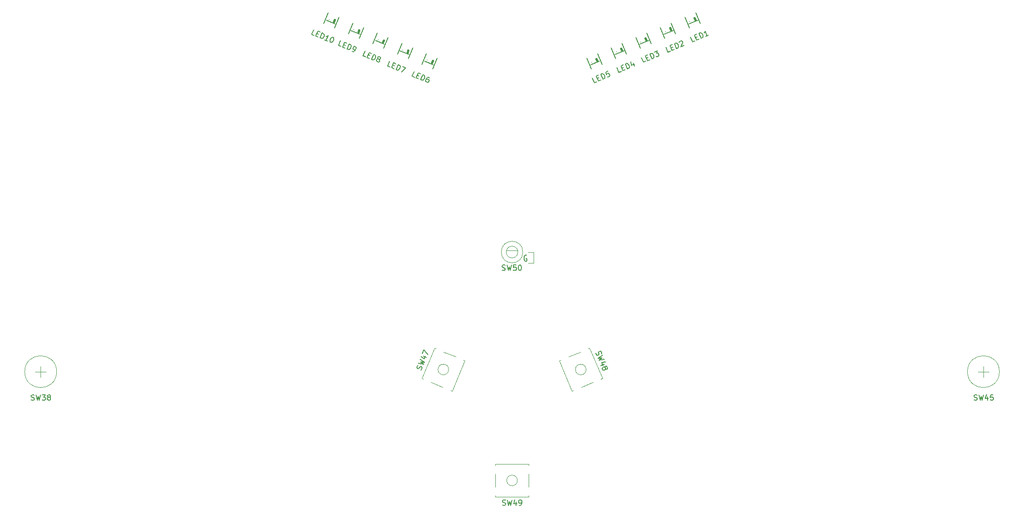
<source format=gbr>
%TF.GenerationSoftware,KiCad,Pcbnew,7.0.10*%
%TF.CreationDate,2025-01-07T08:37:08+09:00*%
%TF.ProjectId,editor,65646974-6f72-42e6-9b69-6361645f7063,rev?*%
%TF.SameCoordinates,Original*%
%TF.FileFunction,Legend,Top*%
%TF.FilePolarity,Positive*%
%FSLAX46Y46*%
G04 Gerber Fmt 4.6, Leading zero omitted, Abs format (unit mm)*
G04 Created by KiCad (PCBNEW 7.0.10) date 2025-01-07 08:37:08*
%MOMM*%
%LPD*%
G01*
G04 APERTURE LIST*
%ADD10C,0.150000*%
%ADD11C,0.400000*%
%ADD12C,0.120000*%
G04 APERTURE END LIST*
D10*
X184253126Y-60928605D02*
X183813563Y-61111749D01*
X183813563Y-61111749D02*
X183428962Y-60188666D01*
X184359363Y-60316885D02*
X184667057Y-60188685D01*
X185000384Y-60617261D02*
X184560821Y-60800405D01*
X184560821Y-60800405D02*
X184176219Y-59877322D01*
X184176219Y-59877322D02*
X184615783Y-59694178D01*
X185395991Y-60452432D02*
X185011389Y-59529349D01*
X185011389Y-59529349D02*
X185231171Y-59437777D01*
X185231171Y-59437777D02*
X185381354Y-59426791D01*
X185381354Y-59426791D02*
X185505896Y-59478075D01*
X185505896Y-59478075D02*
X185586481Y-59547673D01*
X185586481Y-59547673D02*
X185703695Y-59705184D01*
X185703695Y-59705184D02*
X185758638Y-59837053D01*
X185758638Y-59837053D02*
X185787939Y-60031192D01*
X185787939Y-60031192D02*
X185780611Y-60137419D01*
X185780611Y-60137419D02*
X185729327Y-60261961D01*
X185729327Y-60261961D02*
X185615773Y-60360860D01*
X185615773Y-60360860D02*
X185395991Y-60452432D01*
X186802593Y-59866373D02*
X186275117Y-60086145D01*
X186538855Y-59976259D02*
X186154254Y-59053176D01*
X186154254Y-59053176D02*
X186121284Y-59221674D01*
X186121284Y-59221674D02*
X186070000Y-59346215D01*
X186070000Y-59346215D02*
X186000402Y-59426800D01*
X175022299Y-64774620D02*
X174582736Y-64957764D01*
X174582736Y-64957764D02*
X174198135Y-64034681D01*
X175128536Y-64162900D02*
X175436230Y-64034700D01*
X175769557Y-64463276D02*
X175329994Y-64646420D01*
X175329994Y-64646420D02*
X174945392Y-63723337D01*
X174945392Y-63723337D02*
X175384956Y-63540193D01*
X176165164Y-64298447D02*
X175780562Y-63375364D01*
X175780562Y-63375364D02*
X176000344Y-63283792D01*
X176000344Y-63283792D02*
X176150527Y-63272806D01*
X176150527Y-63272806D02*
X176275069Y-63324090D01*
X176275069Y-63324090D02*
X176355654Y-63393688D01*
X176355654Y-63393688D02*
X176472868Y-63551199D01*
X176472868Y-63551199D02*
X176527811Y-63683068D01*
X176527811Y-63683068D02*
X176557112Y-63877207D01*
X176557112Y-63877207D02*
X176549784Y-63983434D01*
X176549784Y-63983434D02*
X176498500Y-64107976D01*
X176498500Y-64107976D02*
X176384946Y-64206875D01*
X176384946Y-64206875D02*
X176165164Y-64298447D01*
X176615733Y-63027392D02*
X177187165Y-62789305D01*
X177187165Y-62789305D02*
X177025985Y-63269156D01*
X177025985Y-63269156D02*
X177157854Y-63214213D01*
X177157854Y-63214213D02*
X177264081Y-63221540D01*
X177264081Y-63221540D02*
X177326352Y-63247182D01*
X177326352Y-63247182D02*
X177406937Y-63316781D01*
X177406937Y-63316781D02*
X177498509Y-63536562D01*
X177498509Y-63536562D02*
X177491181Y-63642789D01*
X177491181Y-63642789D02*
X177465539Y-63705060D01*
X177465539Y-63705060D02*
X177395941Y-63785645D01*
X177395941Y-63785645D02*
X177132203Y-63895531D01*
X177132203Y-63895531D02*
X177025976Y-63888204D01*
X177025976Y-63888204D02*
X176963705Y-63862562D01*
X236736418Y-128529815D02*
X236879275Y-128577434D01*
X236879275Y-128577434D02*
X237117370Y-128577434D01*
X237117370Y-128577434D02*
X237212608Y-128529815D01*
X237212608Y-128529815D02*
X237260227Y-128482195D01*
X237260227Y-128482195D02*
X237307846Y-128386957D01*
X237307846Y-128386957D02*
X237307846Y-128291719D01*
X237307846Y-128291719D02*
X237260227Y-128196481D01*
X237260227Y-128196481D02*
X237212608Y-128148862D01*
X237212608Y-128148862D02*
X237117370Y-128101243D01*
X237117370Y-128101243D02*
X236926894Y-128053624D01*
X236926894Y-128053624D02*
X236831656Y-128006005D01*
X236831656Y-128006005D02*
X236784037Y-127958386D01*
X236784037Y-127958386D02*
X236736418Y-127863148D01*
X236736418Y-127863148D02*
X236736418Y-127767910D01*
X236736418Y-127767910D02*
X236784037Y-127672672D01*
X236784037Y-127672672D02*
X236831656Y-127625053D01*
X236831656Y-127625053D02*
X236926894Y-127577434D01*
X236926894Y-127577434D02*
X237164989Y-127577434D01*
X237164989Y-127577434D02*
X237307846Y-127625053D01*
X237641180Y-127577434D02*
X237879275Y-128577434D01*
X237879275Y-128577434D02*
X238069751Y-127863148D01*
X238069751Y-127863148D02*
X238260227Y-128577434D01*
X238260227Y-128577434D02*
X238498323Y-127577434D01*
X239307846Y-127910767D02*
X239307846Y-128577434D01*
X239069751Y-127529815D02*
X238831656Y-128244100D01*
X238831656Y-128244100D02*
X239450703Y-128244100D01*
X240307846Y-127577434D02*
X239831656Y-127577434D01*
X239831656Y-127577434D02*
X239784037Y-128053624D01*
X239784037Y-128053624D02*
X239831656Y-128006005D01*
X239831656Y-128006005D02*
X239926894Y-127958386D01*
X239926894Y-127958386D02*
X240164989Y-127958386D01*
X240164989Y-127958386D02*
X240260227Y-128006005D01*
X240260227Y-128006005D02*
X240307846Y-128053624D01*
X240307846Y-128053624D02*
X240355465Y-128148862D01*
X240355465Y-128148862D02*
X240355465Y-128386957D01*
X240355465Y-128386957D02*
X240307846Y-128482195D01*
X240307846Y-128482195D02*
X240260227Y-128529815D01*
X240260227Y-128529815D02*
X240164989Y-128577434D01*
X240164989Y-128577434D02*
X239926894Y-128577434D01*
X239926894Y-128577434D02*
X239831656Y-128529815D01*
X239831656Y-128529815D02*
X239784037Y-128482195D01*
X117696477Y-61998771D02*
X117256914Y-61815627D01*
X117256914Y-61815627D02*
X117641515Y-60892545D01*
X118205630Y-61643452D02*
X118513324Y-61771652D01*
X118443735Y-62310115D02*
X118004172Y-62126971D01*
X118004172Y-62126971D02*
X118388773Y-61203889D01*
X118388773Y-61203889D02*
X118828336Y-61387032D01*
X118839342Y-62474944D02*
X119223943Y-61551862D01*
X119223943Y-61551862D02*
X119443725Y-61643433D01*
X119443725Y-61643433D02*
X119557279Y-61742333D01*
X119557279Y-61742333D02*
X119608563Y-61866874D01*
X119608563Y-61866874D02*
X119615891Y-61973101D01*
X119615891Y-61973101D02*
X119586590Y-62167241D01*
X119586590Y-62167241D02*
X119531647Y-62299110D01*
X119531647Y-62299110D02*
X119414433Y-62456621D01*
X119414433Y-62456621D02*
X119333848Y-62526219D01*
X119333848Y-62526219D02*
X119209307Y-62577503D01*
X119209307Y-62577503D02*
X119059123Y-62566516D01*
X119059123Y-62566516D02*
X118839342Y-62474944D01*
X119806381Y-62877860D02*
X119982206Y-62951117D01*
X119982206Y-62951117D02*
X120088433Y-62943790D01*
X120088433Y-62943790D02*
X120150704Y-62918148D01*
X120150704Y-62918148D02*
X120293560Y-62822908D01*
X120293560Y-62822908D02*
X120410773Y-62665397D01*
X120410773Y-62665397D02*
X120557288Y-62313746D01*
X120557288Y-62313746D02*
X120549960Y-62207519D01*
X120549960Y-62207519D02*
X120524319Y-62145248D01*
X120524319Y-62145248D02*
X120454720Y-62064663D01*
X120454720Y-62064663D02*
X120278895Y-61991406D01*
X120278895Y-61991406D02*
X120172668Y-61998734D01*
X120172668Y-61998734D02*
X120110397Y-62024376D01*
X120110397Y-62024376D02*
X120029812Y-62093974D01*
X120029812Y-62093974D02*
X119938240Y-62313755D01*
X119938240Y-62313755D02*
X119945568Y-62419982D01*
X119945568Y-62419982D02*
X119971210Y-62482253D01*
X119971210Y-62482253D02*
X120040808Y-62562838D01*
X120040808Y-62562838D02*
X120216634Y-62636096D01*
X120216634Y-62636096D02*
X120322861Y-62628768D01*
X120322861Y-62628768D02*
X120385131Y-62603126D01*
X120385131Y-62603126D02*
X120465716Y-62533528D01*
X132774530Y-122886305D02*
X132873430Y-122772751D01*
X132873430Y-122772751D02*
X132965001Y-122552969D01*
X132965001Y-122552969D02*
X132957674Y-122446742D01*
X132957674Y-122446742D02*
X132932032Y-122384472D01*
X132932032Y-122384472D02*
X132862434Y-122303886D01*
X132862434Y-122303886D02*
X132774521Y-122267258D01*
X132774521Y-122267258D02*
X132668294Y-122274585D01*
X132668294Y-122274585D02*
X132606023Y-122300227D01*
X132606023Y-122300227D02*
X132525438Y-122369826D01*
X132525438Y-122369826D02*
X132408225Y-122527337D01*
X132408225Y-122527337D02*
X132327639Y-122596935D01*
X132327639Y-122596935D02*
X132265369Y-122622577D01*
X132265369Y-122622577D02*
X132159142Y-122629904D01*
X132159142Y-122629904D02*
X132071229Y-122593276D01*
X132071229Y-122593276D02*
X132001631Y-122512691D01*
X132001631Y-122512691D02*
X131975989Y-122450420D01*
X131975989Y-122450420D02*
X131968661Y-122344193D01*
X131968661Y-122344193D02*
X132060233Y-122124411D01*
X132060233Y-122124411D02*
X132159132Y-122010857D01*
X132243377Y-121684848D02*
X133258031Y-121849668D01*
X133258031Y-121849668D02*
X132671944Y-121399127D01*
X132671944Y-121399127D02*
X133404546Y-121498017D01*
X133404546Y-121498017D02*
X132573035Y-120893634D01*
X133192073Y-120274578D02*
X133807462Y-120530979D01*
X132748851Y-120347844D02*
X133316624Y-120842341D01*
X133316624Y-120842341D02*
X133554711Y-120270909D01*
X133049208Y-119750770D02*
X133305609Y-119135382D01*
X133305609Y-119135382D02*
X134063863Y-119915590D01*
X170406885Y-66697627D02*
X169967322Y-66880771D01*
X169967322Y-66880771D02*
X169582721Y-65957688D01*
X170513122Y-66085907D02*
X170820816Y-65957707D01*
X171154143Y-66386283D02*
X170714580Y-66569427D01*
X170714580Y-66569427D02*
X170329978Y-65646344D01*
X170329978Y-65646344D02*
X170769542Y-65463200D01*
X171549750Y-66221454D02*
X171165148Y-65298371D01*
X171165148Y-65298371D02*
X171384930Y-65206799D01*
X171384930Y-65206799D02*
X171535113Y-65195813D01*
X171535113Y-65195813D02*
X171659655Y-65247097D01*
X171659655Y-65247097D02*
X171740240Y-65316695D01*
X171740240Y-65316695D02*
X171857454Y-65474206D01*
X171857454Y-65474206D02*
X171912397Y-65606075D01*
X171912397Y-65606075D02*
X171941698Y-65800214D01*
X171941698Y-65800214D02*
X171934370Y-65906441D01*
X171934370Y-65906441D02*
X171883086Y-66030983D01*
X171883086Y-66030983D02*
X171769532Y-66129882D01*
X171769532Y-66129882D02*
X171549750Y-66221454D01*
X172612039Y-65056635D02*
X172868440Y-65672023D01*
X172245742Y-64796556D02*
X172300676Y-65547473D01*
X172300676Y-65547473D02*
X172872108Y-65309386D01*
X148018081Y-104087674D02*
X148160938Y-104135293D01*
X148160938Y-104135293D02*
X148399033Y-104135293D01*
X148399033Y-104135293D02*
X148494271Y-104087674D01*
X148494271Y-104087674D02*
X148541890Y-104040054D01*
X148541890Y-104040054D02*
X148589509Y-103944816D01*
X148589509Y-103944816D02*
X148589509Y-103849578D01*
X148589509Y-103849578D02*
X148541890Y-103754340D01*
X148541890Y-103754340D02*
X148494271Y-103706721D01*
X148494271Y-103706721D02*
X148399033Y-103659102D01*
X148399033Y-103659102D02*
X148208557Y-103611483D01*
X148208557Y-103611483D02*
X148113319Y-103563864D01*
X148113319Y-103563864D02*
X148065700Y-103516245D01*
X148065700Y-103516245D02*
X148018081Y-103421007D01*
X148018081Y-103421007D02*
X148018081Y-103325769D01*
X148018081Y-103325769D02*
X148065700Y-103230531D01*
X148065700Y-103230531D02*
X148113319Y-103182912D01*
X148113319Y-103182912D02*
X148208557Y-103135293D01*
X148208557Y-103135293D02*
X148446652Y-103135293D01*
X148446652Y-103135293D02*
X148589509Y-103182912D01*
X148922843Y-103135293D02*
X149160938Y-104135293D01*
X149160938Y-104135293D02*
X149351414Y-103421007D01*
X149351414Y-103421007D02*
X149541890Y-104135293D01*
X149541890Y-104135293D02*
X149779986Y-103135293D01*
X150637128Y-103135293D02*
X150160938Y-103135293D01*
X150160938Y-103135293D02*
X150113319Y-103611483D01*
X150113319Y-103611483D02*
X150160938Y-103563864D01*
X150160938Y-103563864D02*
X150256176Y-103516245D01*
X150256176Y-103516245D02*
X150494271Y-103516245D01*
X150494271Y-103516245D02*
X150589509Y-103563864D01*
X150589509Y-103563864D02*
X150637128Y-103611483D01*
X150637128Y-103611483D02*
X150684747Y-103706721D01*
X150684747Y-103706721D02*
X150684747Y-103944816D01*
X150684747Y-103944816D02*
X150637128Y-104040054D01*
X150637128Y-104040054D02*
X150589509Y-104087674D01*
X150589509Y-104087674D02*
X150494271Y-104135293D01*
X150494271Y-104135293D02*
X150256176Y-104135293D01*
X150256176Y-104135293D02*
X150160938Y-104087674D01*
X150160938Y-104087674D02*
X150113319Y-104040054D01*
X151303795Y-103135293D02*
X151399033Y-103135293D01*
X151399033Y-103135293D02*
X151494271Y-103182912D01*
X151494271Y-103182912D02*
X151541890Y-103230531D01*
X151541890Y-103230531D02*
X151589509Y-103325769D01*
X151589509Y-103325769D02*
X151637128Y-103516245D01*
X151637128Y-103516245D02*
X151637128Y-103754340D01*
X151637128Y-103754340D02*
X151589509Y-103944816D01*
X151589509Y-103944816D02*
X151541890Y-104040054D01*
X151541890Y-104040054D02*
X151494271Y-104087674D01*
X151494271Y-104087674D02*
X151399033Y-104135293D01*
X151399033Y-104135293D02*
X151303795Y-104135293D01*
X151303795Y-104135293D02*
X151208557Y-104087674D01*
X151208557Y-104087674D02*
X151160938Y-104040054D01*
X151160938Y-104040054D02*
X151113319Y-103944816D01*
X151113319Y-103944816D02*
X151065700Y-103754340D01*
X151065700Y-103754340D02*
X151065700Y-103516245D01*
X151065700Y-103516245D02*
X151113319Y-103325769D01*
X151113319Y-103325769D02*
X151160938Y-103230531D01*
X151160938Y-103230531D02*
X151208557Y-103182912D01*
X151208557Y-103182912D02*
X151303795Y-103135293D01*
X152588101Y-101313065D02*
X152511911Y-101255922D01*
X152511911Y-101255922D02*
X152397625Y-101255922D01*
X152397625Y-101255922D02*
X152283339Y-101313065D01*
X152283339Y-101313065D02*
X152207149Y-101427351D01*
X152207149Y-101427351D02*
X152169054Y-101541637D01*
X152169054Y-101541637D02*
X152130958Y-101770208D01*
X152130958Y-101770208D02*
X152130958Y-101941637D01*
X152130958Y-101941637D02*
X152169054Y-102170208D01*
X152169054Y-102170208D02*
X152207149Y-102284494D01*
X152207149Y-102284494D02*
X152283339Y-102398780D01*
X152283339Y-102398780D02*
X152397625Y-102455922D01*
X152397625Y-102455922D02*
X152473816Y-102455922D01*
X152473816Y-102455922D02*
X152588101Y-102398780D01*
X152588101Y-102398780D02*
X152626197Y-102341637D01*
X152626197Y-102341637D02*
X152626197Y-101941637D01*
X152626197Y-101941637D02*
X152473816Y-101941637D01*
X131542718Y-67767793D02*
X131103155Y-67584649D01*
X131103155Y-67584649D02*
X131487756Y-66661567D01*
X132051871Y-67412474D02*
X132359565Y-67540674D01*
X132289976Y-68079137D02*
X131850413Y-67895993D01*
X131850413Y-67895993D02*
X132235014Y-66972911D01*
X132235014Y-66972911D02*
X132674577Y-67156054D01*
X132685583Y-68243966D02*
X133070184Y-67320884D01*
X133070184Y-67320884D02*
X133289966Y-67412455D01*
X133289966Y-67412455D02*
X133403520Y-67511355D01*
X133403520Y-67511355D02*
X133454804Y-67635896D01*
X133454804Y-67635896D02*
X133462132Y-67742123D01*
X133462132Y-67742123D02*
X133432831Y-67936263D01*
X133432831Y-67936263D02*
X133377888Y-68068132D01*
X133377888Y-68068132D02*
X133260674Y-68225643D01*
X133260674Y-68225643D02*
X133180089Y-68295241D01*
X133180089Y-68295241D02*
X133055548Y-68346525D01*
X133055548Y-68346525D02*
X132905364Y-68335538D01*
X132905364Y-68335538D02*
X132685583Y-68243966D01*
X134388874Y-67870314D02*
X134213049Y-67797057D01*
X134213049Y-67797057D02*
X134106822Y-67804384D01*
X134106822Y-67804384D02*
X134044551Y-67830026D01*
X134044551Y-67830026D02*
X133901695Y-67925267D01*
X133901695Y-67925267D02*
X133784481Y-68082777D01*
X133784481Y-68082777D02*
X133637967Y-68434428D01*
X133637967Y-68434428D02*
X133645294Y-68540655D01*
X133645294Y-68540655D02*
X133670936Y-68602926D01*
X133670936Y-68602926D02*
X133740534Y-68683511D01*
X133740534Y-68683511D02*
X133916360Y-68756768D01*
X133916360Y-68756768D02*
X134022587Y-68749441D01*
X134022587Y-68749441D02*
X134084857Y-68723799D01*
X134084857Y-68723799D02*
X134165442Y-68654200D01*
X134165442Y-68654200D02*
X134257014Y-68434419D01*
X134257014Y-68434419D02*
X134249687Y-68328192D01*
X134249687Y-68328192D02*
X134224045Y-68265921D01*
X134224045Y-68265921D02*
X134154446Y-68185336D01*
X134154446Y-68185336D02*
X133978621Y-68112079D01*
X133978621Y-68112079D02*
X133872394Y-68119406D01*
X133872394Y-68119406D02*
X133810123Y-68145048D01*
X133810123Y-68145048D02*
X133729538Y-68214646D01*
X122311891Y-63921779D02*
X121872328Y-63738635D01*
X121872328Y-63738635D02*
X122256929Y-62815553D01*
X122821044Y-63566460D02*
X123128738Y-63694660D01*
X123059149Y-64233123D02*
X122619586Y-64049979D01*
X122619586Y-64049979D02*
X123004187Y-63126897D01*
X123004187Y-63126897D02*
X123443750Y-63310040D01*
X123454756Y-64397952D02*
X123839357Y-63474870D01*
X123839357Y-63474870D02*
X124059139Y-63566441D01*
X124059139Y-63566441D02*
X124172693Y-63665341D01*
X124172693Y-63665341D02*
X124223977Y-63789882D01*
X124223977Y-63789882D02*
X124231305Y-63896109D01*
X124231305Y-63896109D02*
X124202004Y-64090249D01*
X124202004Y-64090249D02*
X124147061Y-64222118D01*
X124147061Y-64222118D02*
X124029847Y-64379629D01*
X124029847Y-64379629D02*
X123949262Y-64449227D01*
X123949262Y-64449227D02*
X123824721Y-64500511D01*
X123824721Y-64500511D02*
X123674537Y-64489524D01*
X123674537Y-64489524D02*
X123454756Y-64397952D01*
X124729480Y-64310021D02*
X124659881Y-64229436D01*
X124659881Y-64229436D02*
X124634240Y-64167165D01*
X124634240Y-64167165D02*
X124626912Y-64060938D01*
X124626912Y-64060938D02*
X124645226Y-64016982D01*
X124645226Y-64016982D02*
X124725811Y-63947384D01*
X124725811Y-63947384D02*
X124788082Y-63921742D01*
X124788082Y-63921742D02*
X124894309Y-63914414D01*
X124894309Y-63914414D02*
X125070134Y-63987671D01*
X125070134Y-63987671D02*
X125139733Y-64068256D01*
X125139733Y-64068256D02*
X125165374Y-64130527D01*
X125165374Y-64130527D02*
X125172702Y-64236754D01*
X125172702Y-64236754D02*
X125154388Y-64280710D01*
X125154388Y-64280710D02*
X125073803Y-64350309D01*
X125073803Y-64350309D02*
X125011532Y-64375951D01*
X125011532Y-64375951D02*
X124905305Y-64383278D01*
X124905305Y-64383278D02*
X124729480Y-64310021D01*
X124729480Y-64310021D02*
X124623253Y-64317349D01*
X124623253Y-64317349D02*
X124560982Y-64342990D01*
X124560982Y-64342990D02*
X124480397Y-64412589D01*
X124480397Y-64412589D02*
X124407140Y-64588414D01*
X124407140Y-64588414D02*
X124414467Y-64694641D01*
X124414467Y-64694641D02*
X124440109Y-64756912D01*
X124440109Y-64756912D02*
X124509707Y-64837497D01*
X124509707Y-64837497D02*
X124685533Y-64910754D01*
X124685533Y-64910754D02*
X124791760Y-64903427D01*
X124791760Y-64903427D02*
X124854030Y-64877785D01*
X124854030Y-64877785D02*
X124934615Y-64808186D01*
X124934615Y-64808186D02*
X125007873Y-64632361D01*
X125007873Y-64632361D02*
X125000545Y-64526134D01*
X125000545Y-64526134D02*
X124974903Y-64463863D01*
X124974903Y-64463863D02*
X124905305Y-64383278D01*
X179637712Y-62851612D02*
X179198149Y-63034756D01*
X179198149Y-63034756D02*
X178813548Y-62111673D01*
X179743949Y-62239892D02*
X180051643Y-62111692D01*
X180384970Y-62540268D02*
X179945407Y-62723412D01*
X179945407Y-62723412D02*
X179560805Y-61800329D01*
X179560805Y-61800329D02*
X180000369Y-61617185D01*
X180780577Y-62375439D02*
X180395975Y-61452356D01*
X180395975Y-61452356D02*
X180615757Y-61360784D01*
X180615757Y-61360784D02*
X180765940Y-61349798D01*
X180765940Y-61349798D02*
X180890482Y-61401082D01*
X180890482Y-61401082D02*
X180971067Y-61470680D01*
X180971067Y-61470680D02*
X181088281Y-61628191D01*
X181088281Y-61628191D02*
X181143224Y-61760060D01*
X181143224Y-61760060D02*
X181172525Y-61954199D01*
X181172525Y-61954199D02*
X181165197Y-62060426D01*
X181165197Y-62060426D02*
X181113913Y-62184968D01*
X181113913Y-62184968D02*
X181000359Y-62283867D01*
X181000359Y-62283867D02*
X180780577Y-62375439D01*
X181311731Y-61173982D02*
X181337373Y-61111711D01*
X181337373Y-61111711D02*
X181406971Y-61031126D01*
X181406971Y-61031126D02*
X181626752Y-60939554D01*
X181626752Y-60939554D02*
X181732979Y-60946882D01*
X181732979Y-60946882D02*
X181795250Y-60972524D01*
X181795250Y-60972524D02*
X181875835Y-61042122D01*
X181875835Y-61042122D02*
X181912464Y-61130035D01*
X181912464Y-61130035D02*
X181923451Y-61280218D01*
X181923451Y-61280218D02*
X181615747Y-62027466D01*
X181615747Y-62027466D02*
X182187179Y-61789380D01*
X148082059Y-148328829D02*
X148224916Y-148376448D01*
X148224916Y-148376448D02*
X148463011Y-148376448D01*
X148463011Y-148376448D02*
X148558249Y-148328829D01*
X148558249Y-148328829D02*
X148605868Y-148281209D01*
X148605868Y-148281209D02*
X148653487Y-148185971D01*
X148653487Y-148185971D02*
X148653487Y-148090733D01*
X148653487Y-148090733D02*
X148605868Y-147995495D01*
X148605868Y-147995495D02*
X148558249Y-147947876D01*
X148558249Y-147947876D02*
X148463011Y-147900257D01*
X148463011Y-147900257D02*
X148272535Y-147852638D01*
X148272535Y-147852638D02*
X148177297Y-147805019D01*
X148177297Y-147805019D02*
X148129678Y-147757400D01*
X148129678Y-147757400D02*
X148082059Y-147662162D01*
X148082059Y-147662162D02*
X148082059Y-147566924D01*
X148082059Y-147566924D02*
X148129678Y-147471686D01*
X148129678Y-147471686D02*
X148177297Y-147424067D01*
X148177297Y-147424067D02*
X148272535Y-147376448D01*
X148272535Y-147376448D02*
X148510630Y-147376448D01*
X148510630Y-147376448D02*
X148653487Y-147424067D01*
X148986821Y-147376448D02*
X149224916Y-148376448D01*
X149224916Y-148376448D02*
X149415392Y-147662162D01*
X149415392Y-147662162D02*
X149605868Y-148376448D01*
X149605868Y-148376448D02*
X149843964Y-147376448D01*
X150653487Y-147709781D02*
X150653487Y-148376448D01*
X150415392Y-147328829D02*
X150177297Y-148043114D01*
X150177297Y-148043114D02*
X150796344Y-148043114D01*
X151224916Y-148376448D02*
X151415392Y-148376448D01*
X151415392Y-148376448D02*
X151510630Y-148328829D01*
X151510630Y-148328829D02*
X151558249Y-148281209D01*
X151558249Y-148281209D02*
X151653487Y-148138352D01*
X151653487Y-148138352D02*
X151701106Y-147947876D01*
X151701106Y-147947876D02*
X151701106Y-147566924D01*
X151701106Y-147566924D02*
X151653487Y-147471686D01*
X151653487Y-147471686D02*
X151605868Y-147424067D01*
X151605868Y-147424067D02*
X151510630Y-147376448D01*
X151510630Y-147376448D02*
X151320154Y-147376448D01*
X151320154Y-147376448D02*
X151224916Y-147424067D01*
X151224916Y-147424067D02*
X151177297Y-147471686D01*
X151177297Y-147471686D02*
X151129678Y-147566924D01*
X151129678Y-147566924D02*
X151129678Y-147805019D01*
X151129678Y-147805019D02*
X151177297Y-147900257D01*
X151177297Y-147900257D02*
X151224916Y-147947876D01*
X151224916Y-147947876D02*
X151320154Y-147995495D01*
X151320154Y-147995495D02*
X151510630Y-147995495D01*
X151510630Y-147995495D02*
X151605868Y-147947876D01*
X151605868Y-147947876D02*
X151653487Y-147900257D01*
X151653487Y-147900257D02*
X151701106Y-147805019D01*
X165791471Y-68620634D02*
X165351908Y-68803778D01*
X165351908Y-68803778D02*
X164967307Y-67880695D01*
X165897708Y-68008914D02*
X166205402Y-67880714D01*
X166538729Y-68309290D02*
X166099166Y-68492434D01*
X166099166Y-68492434D02*
X165714564Y-67569351D01*
X165714564Y-67569351D02*
X166154128Y-67386207D01*
X166934336Y-68144461D02*
X166549734Y-67221378D01*
X166549734Y-67221378D02*
X166769516Y-67129806D01*
X166769516Y-67129806D02*
X166919699Y-67118820D01*
X166919699Y-67118820D02*
X167044241Y-67170104D01*
X167044241Y-67170104D02*
X167124826Y-67239702D01*
X167124826Y-67239702D02*
X167242040Y-67397213D01*
X167242040Y-67397213D02*
X167296983Y-67529082D01*
X167296983Y-67529082D02*
X167326284Y-67723221D01*
X167326284Y-67723221D02*
X167318956Y-67829448D01*
X167318956Y-67829448D02*
X167267672Y-67953990D01*
X167267672Y-67953990D02*
X167154118Y-68052889D01*
X167154118Y-68052889D02*
X166934336Y-68144461D01*
X167912380Y-66653633D02*
X167472817Y-66836777D01*
X167472817Y-66836777D02*
X167612004Y-67294654D01*
X167612004Y-67294654D02*
X167637646Y-67232384D01*
X167637646Y-67232384D02*
X167707245Y-67151799D01*
X167707245Y-67151799D02*
X167927026Y-67060227D01*
X167927026Y-67060227D02*
X168033253Y-67067554D01*
X168033253Y-67067554D02*
X168095524Y-67093196D01*
X168095524Y-67093196D02*
X168176109Y-67162795D01*
X168176109Y-67162795D02*
X168267681Y-67382576D01*
X168267681Y-67382576D02*
X168260353Y-67488803D01*
X168260353Y-67488803D02*
X168234711Y-67551074D01*
X168234711Y-67551074D02*
X168165113Y-67631659D01*
X168165113Y-67631659D02*
X167945331Y-67723231D01*
X167945331Y-67723231D02*
X167839104Y-67715903D01*
X167839104Y-67715903D02*
X167776834Y-67690261D01*
X112641500Y-59892620D02*
X112201936Y-59709477D01*
X112201936Y-59709477D02*
X112586538Y-58786394D01*
X113150652Y-59537301D02*
X113458346Y-59665502D01*
X113388757Y-60203964D02*
X112949194Y-60020821D01*
X112949194Y-60020821D02*
X113333795Y-59097738D01*
X113333795Y-59097738D02*
X113773359Y-59280882D01*
X113784364Y-60368793D02*
X114168966Y-59445711D01*
X114168966Y-59445711D02*
X114388747Y-59537283D01*
X114388747Y-59537283D02*
X114502302Y-59636182D01*
X114502302Y-59636182D02*
X114553586Y-59760723D01*
X114553586Y-59760723D02*
X114560913Y-59866950D01*
X114560913Y-59866950D02*
X114531612Y-60061090D01*
X114531612Y-60061090D02*
X114476669Y-60192959D01*
X114476669Y-60192959D02*
X114359455Y-60350470D01*
X114359455Y-60350470D02*
X114278870Y-60420068D01*
X114278870Y-60420068D02*
X114154329Y-60471352D01*
X114154329Y-60471352D02*
X114004146Y-60460365D01*
X114004146Y-60460365D02*
X113784364Y-60368793D01*
X115190966Y-60954853D02*
X114663491Y-60735081D01*
X114927228Y-60844967D02*
X115311830Y-59921884D01*
X115311830Y-59921884D02*
X115168974Y-60017124D01*
X115168974Y-60017124D02*
X115044433Y-60068408D01*
X115044433Y-60068408D02*
X114938206Y-60075736D01*
X116147000Y-60269857D02*
X116234913Y-60306485D01*
X116234913Y-60306485D02*
X116304511Y-60387070D01*
X116304511Y-60387070D02*
X116330153Y-60449341D01*
X116330153Y-60449341D02*
X116337481Y-60555568D01*
X116337481Y-60555568D02*
X116308179Y-60749708D01*
X116308179Y-60749708D02*
X116216608Y-60969489D01*
X116216608Y-60969489D02*
X116099394Y-61127000D01*
X116099394Y-61127000D02*
X116018809Y-61196599D01*
X116018809Y-61196599D02*
X115956538Y-61222241D01*
X115956538Y-61222241D02*
X115850311Y-61229568D01*
X115850311Y-61229568D02*
X115762399Y-61192939D01*
X115762399Y-61192939D02*
X115692800Y-61112354D01*
X115692800Y-61112354D02*
X115667158Y-61050084D01*
X115667158Y-61050084D02*
X115659831Y-60943857D01*
X115659831Y-60943857D02*
X115689132Y-60749717D01*
X115689132Y-60749717D02*
X115780704Y-60529936D01*
X115780704Y-60529936D02*
X115897917Y-60372425D01*
X115897917Y-60372425D02*
X115978502Y-60302826D01*
X115978502Y-60302826D02*
X116040773Y-60277184D01*
X116040773Y-60277184D02*
X116147000Y-60269857D01*
X126927304Y-65844786D02*
X126487741Y-65661642D01*
X126487741Y-65661642D02*
X126872342Y-64738560D01*
X127436457Y-65489467D02*
X127744151Y-65617667D01*
X127674562Y-66156130D02*
X127234999Y-65972986D01*
X127234999Y-65972986D02*
X127619600Y-65049904D01*
X127619600Y-65049904D02*
X128059163Y-65233047D01*
X128070169Y-66320959D02*
X128454770Y-65397877D01*
X128454770Y-65397877D02*
X128674552Y-65489448D01*
X128674552Y-65489448D02*
X128788106Y-65588348D01*
X128788106Y-65588348D02*
X128839390Y-65712889D01*
X128839390Y-65712889D02*
X128846718Y-65819116D01*
X128846718Y-65819116D02*
X128817417Y-66013256D01*
X128817417Y-66013256D02*
X128762474Y-66145125D01*
X128762474Y-66145125D02*
X128645260Y-66302636D01*
X128645260Y-66302636D02*
X128564675Y-66372234D01*
X128564675Y-66372234D02*
X128440134Y-66423518D01*
X128440134Y-66423518D02*
X128289950Y-66412531D01*
X128289950Y-66412531D02*
X128070169Y-66320959D01*
X129289940Y-65745849D02*
X129905329Y-66002250D01*
X129905329Y-66002250D02*
X129125120Y-66760504D01*
X165639173Y-119665505D02*
X165650163Y-119815688D01*
X165650163Y-119815688D02*
X165741738Y-120035468D01*
X165741738Y-120035468D02*
X165822325Y-120105065D01*
X165822325Y-120105065D02*
X165884596Y-120130706D01*
X165884596Y-120130706D02*
X165990823Y-120138031D01*
X165990823Y-120138031D02*
X166078735Y-120101401D01*
X166078735Y-120101401D02*
X166148332Y-120020815D01*
X166148332Y-120020815D02*
X166173973Y-119958544D01*
X166173973Y-119958544D02*
X166181298Y-119852317D01*
X166181298Y-119852317D02*
X166151994Y-119658178D01*
X166151994Y-119658178D02*
X166159320Y-119551950D01*
X166159320Y-119551950D02*
X166184960Y-119489679D01*
X166184960Y-119489679D02*
X166254557Y-119409093D01*
X166254557Y-119409093D02*
X166342469Y-119372463D01*
X166342469Y-119372463D02*
X166448696Y-119379789D01*
X166448696Y-119379789D02*
X166510968Y-119405429D01*
X166510968Y-119405429D02*
X166591554Y-119475026D01*
X166591554Y-119475026D02*
X166683129Y-119694806D01*
X166683129Y-119694806D02*
X166694119Y-119844989D01*
X166866281Y-120134366D02*
X166034780Y-120738764D01*
X166034780Y-120738764D02*
X166767381Y-120639861D01*
X166767381Y-120639861D02*
X166181301Y-121090412D01*
X166181301Y-121090412D02*
X167195953Y-120925574D01*
X167199618Y-121801032D02*
X166584234Y-122057444D01*
X167459690Y-121434731D02*
X166708775Y-121489678D01*
X166708775Y-121489678D02*
X166946871Y-122061106D01*
X167368118Y-122453046D02*
X167375443Y-122346819D01*
X167375443Y-122346819D02*
X167401084Y-122284548D01*
X167401084Y-122284548D02*
X167470681Y-122203962D01*
X167470681Y-122203962D02*
X167514637Y-122185647D01*
X167514637Y-122185647D02*
X167620864Y-122192973D01*
X167620864Y-122192973D02*
X167683135Y-122218613D01*
X167683135Y-122218613D02*
X167763722Y-122288210D01*
X167763722Y-122288210D02*
X167836982Y-122464034D01*
X167836982Y-122464034D02*
X167829656Y-122570261D01*
X167829656Y-122570261D02*
X167804015Y-122632533D01*
X167804015Y-122632533D02*
X167734419Y-122713119D01*
X167734419Y-122713119D02*
X167690463Y-122731434D01*
X167690463Y-122731434D02*
X167584235Y-122724108D01*
X167584235Y-122724108D02*
X167521964Y-122698467D01*
X167521964Y-122698467D02*
X167441378Y-122628870D01*
X167441378Y-122628870D02*
X167368118Y-122453046D01*
X167368118Y-122453046D02*
X167287531Y-122383450D01*
X167287531Y-122383450D02*
X167225260Y-122357809D01*
X167225260Y-122357809D02*
X167119033Y-122350483D01*
X167119033Y-122350483D02*
X166943209Y-122423743D01*
X166943209Y-122423743D02*
X166873612Y-122504330D01*
X166873612Y-122504330D02*
X166847971Y-122566601D01*
X166847971Y-122566601D02*
X166840646Y-122672828D01*
X166840646Y-122672828D02*
X166913906Y-122848652D01*
X166913906Y-122848652D02*
X166994492Y-122918249D01*
X166994492Y-122918249D02*
X167056763Y-122943890D01*
X167056763Y-122943890D02*
X167162991Y-122951215D01*
X167162991Y-122951215D02*
X167338815Y-122877955D01*
X167338815Y-122877955D02*
X167408411Y-122797369D01*
X167408411Y-122797369D02*
X167434052Y-122735098D01*
X167434052Y-122735098D02*
X167441378Y-122628870D01*
X59476418Y-128529815D02*
X59619275Y-128577434D01*
X59619275Y-128577434D02*
X59857370Y-128577434D01*
X59857370Y-128577434D02*
X59952608Y-128529815D01*
X59952608Y-128529815D02*
X60000227Y-128482195D01*
X60000227Y-128482195D02*
X60047846Y-128386957D01*
X60047846Y-128386957D02*
X60047846Y-128291719D01*
X60047846Y-128291719D02*
X60000227Y-128196481D01*
X60000227Y-128196481D02*
X59952608Y-128148862D01*
X59952608Y-128148862D02*
X59857370Y-128101243D01*
X59857370Y-128101243D02*
X59666894Y-128053624D01*
X59666894Y-128053624D02*
X59571656Y-128006005D01*
X59571656Y-128006005D02*
X59524037Y-127958386D01*
X59524037Y-127958386D02*
X59476418Y-127863148D01*
X59476418Y-127863148D02*
X59476418Y-127767910D01*
X59476418Y-127767910D02*
X59524037Y-127672672D01*
X59524037Y-127672672D02*
X59571656Y-127625053D01*
X59571656Y-127625053D02*
X59666894Y-127577434D01*
X59666894Y-127577434D02*
X59904989Y-127577434D01*
X59904989Y-127577434D02*
X60047846Y-127625053D01*
X60381180Y-127577434D02*
X60619275Y-128577434D01*
X60619275Y-128577434D02*
X60809751Y-127863148D01*
X60809751Y-127863148D02*
X61000227Y-128577434D01*
X61000227Y-128577434D02*
X61238323Y-127577434D01*
X61524037Y-127577434D02*
X62143084Y-127577434D01*
X62143084Y-127577434D02*
X61809751Y-127958386D01*
X61809751Y-127958386D02*
X61952608Y-127958386D01*
X61952608Y-127958386D02*
X62047846Y-128006005D01*
X62047846Y-128006005D02*
X62095465Y-128053624D01*
X62095465Y-128053624D02*
X62143084Y-128148862D01*
X62143084Y-128148862D02*
X62143084Y-128386957D01*
X62143084Y-128386957D02*
X62095465Y-128482195D01*
X62095465Y-128482195D02*
X62047846Y-128529815D01*
X62047846Y-128529815D02*
X61952608Y-128577434D01*
X61952608Y-128577434D02*
X61666894Y-128577434D01*
X61666894Y-128577434D02*
X61571656Y-128529815D01*
X61571656Y-128529815D02*
X61524037Y-128482195D01*
X62714513Y-128006005D02*
X62619275Y-127958386D01*
X62619275Y-127958386D02*
X62571656Y-127910767D01*
X62571656Y-127910767D02*
X62524037Y-127815529D01*
X62524037Y-127815529D02*
X62524037Y-127767910D01*
X62524037Y-127767910D02*
X62571656Y-127672672D01*
X62571656Y-127672672D02*
X62619275Y-127625053D01*
X62619275Y-127625053D02*
X62714513Y-127577434D01*
X62714513Y-127577434D02*
X62904989Y-127577434D01*
X62904989Y-127577434D02*
X63000227Y-127625053D01*
X63000227Y-127625053D02*
X63047846Y-127672672D01*
X63047846Y-127672672D02*
X63095465Y-127767910D01*
X63095465Y-127767910D02*
X63095465Y-127815529D01*
X63095465Y-127815529D02*
X63047846Y-127910767D01*
X63047846Y-127910767D02*
X63000227Y-127958386D01*
X63000227Y-127958386D02*
X62904989Y-128006005D01*
X62904989Y-128006005D02*
X62714513Y-128006005D01*
X62714513Y-128006005D02*
X62619275Y-128053624D01*
X62619275Y-128053624D02*
X62571656Y-128101243D01*
X62571656Y-128101243D02*
X62524037Y-128196481D01*
X62524037Y-128196481D02*
X62524037Y-128386957D01*
X62524037Y-128386957D02*
X62571656Y-128482195D01*
X62571656Y-128482195D02*
X62619275Y-128529815D01*
X62619275Y-128529815D02*
X62714513Y-128577434D01*
X62714513Y-128577434D02*
X62904989Y-128577434D01*
X62904989Y-128577434D02*
X63000227Y-128529815D01*
X63000227Y-128529815D02*
X63047846Y-128482195D01*
X63047846Y-128482195D02*
X63095465Y-128386957D01*
X63095465Y-128386957D02*
X63095465Y-128196481D01*
X63095465Y-128196481D02*
X63047846Y-128101243D01*
X63047846Y-128101243D02*
X63000227Y-128053624D01*
X63000227Y-128053624D02*
X62904989Y-128006005D01*
%TO.C,LED1*%
X184408578Y-55594787D02*
X185254702Y-57625569D01*
X182377796Y-56440911D02*
X183223920Y-58471693D01*
D11*
X184187486Y-56603399D02*
X184334019Y-56955094D01*
D10*
X183347323Y-57228618D02*
X183347323Y-57228618D01*
X184793557Y-57038793D02*
X183132008Y-57731076D01*
%TO.C,LED3*%
X175177751Y-59440802D02*
X176023875Y-61471584D01*
X173146969Y-60286926D02*
X173993093Y-62317708D01*
D11*
X174956659Y-60449414D02*
X175103192Y-60801109D01*
D10*
X174116496Y-61074633D02*
X174116496Y-61074633D01*
X175562730Y-60884808D02*
X173901181Y-61577091D01*
D12*
%TO.C,SW45*%
X237489000Y-123225000D02*
X239521000Y-123225000D01*
X238505000Y-122209000D02*
X238505000Y-124241000D01*
X241505000Y-123225000D02*
G75*
G03*
X235505000Y-123225000I-3000000J0D01*
G01*
X235505000Y-123225000D02*
G75*
G03*
X241505000Y-123225000I3000000J0D01*
G01*
D10*
%TO.C,LED9*%
X121987618Y-58363918D02*
X121141494Y-60394700D01*
X119956836Y-57517794D02*
X119110712Y-59548576D01*
D11*
X121115780Y-58917162D02*
X120969247Y-59268856D01*
D10*
X120080239Y-58760869D02*
X120080239Y-58760869D01*
X121233406Y-59654083D02*
X119571857Y-58961800D01*
D12*
%TO.C,SW47*%
X141005661Y-121146288D02*
X140728736Y-121030908D01*
X141005661Y-121146288D02*
X138621132Y-126869401D01*
X139251804Y-120415545D02*
X137036405Y-119492502D01*
X135559473Y-118877139D02*
X135282548Y-118761759D01*
X135282548Y-118761759D02*
X132898019Y-124484872D01*
X138344207Y-126754021D02*
X138621132Y-126869401D01*
X136867275Y-126138658D02*
X134651876Y-125215615D01*
X133174944Y-124600252D02*
X132898019Y-124484872D01*
X137951840Y-122815580D02*
G75*
G03*
X135951840Y-122815580I-1000000J0D01*
G01*
X135951840Y-122815580D02*
G75*
G03*
X137951840Y-122815580I1000000J0D01*
G01*
D10*
%TO.C,LED4*%
X170562337Y-61363809D02*
X171408461Y-63394591D01*
X168531555Y-62209933D02*
X169377679Y-64240715D01*
D11*
X170341245Y-62372421D02*
X170487778Y-62724116D01*
D10*
X169501082Y-62997640D02*
X169501082Y-62997640D01*
X170947316Y-62807815D02*
X169285767Y-63500098D01*
D12*
%TO.C,SW50*%
X148816700Y-100400000D02*
X150933300Y-100400000D01*
X152923000Y-100700000D02*
X153939000Y-100700000D01*
X153939000Y-100700000D02*
X153939000Y-102732000D01*
X153939000Y-102732000D02*
X152923000Y-102732000D01*
X150975000Y-100700000D02*
G75*
G03*
X148775000Y-100700000I-1100000J0D01*
G01*
X148775000Y-100700000D02*
G75*
G03*
X150975000Y-100700000I1100000J0D01*
G01*
X151907000Y-100700000D02*
G75*
G03*
X147843000Y-100700000I-2032000J0D01*
G01*
X147843000Y-100700000D02*
G75*
G03*
X151907000Y-100700000I2032000J0D01*
G01*
D10*
%TO.C,LED6*%
X135833859Y-64132940D02*
X134987735Y-66163722D01*
X133803077Y-63286816D02*
X132956953Y-65317598D01*
D11*
X134962021Y-64686184D02*
X134815488Y-65037878D01*
D10*
X133926480Y-64529891D02*
X133926480Y-64529891D01*
X135079647Y-65423105D02*
X133418098Y-64730822D01*
%TO.C,LED8*%
X126603032Y-60286926D02*
X125756908Y-62317708D01*
X124572250Y-59440802D02*
X123726126Y-61471584D01*
D11*
X125731194Y-60840170D02*
X125584661Y-61191864D01*
D10*
X124695653Y-60683877D02*
X124695653Y-60683877D01*
X125848820Y-61577091D02*
X124187271Y-60884808D01*
%TO.C,LED2*%
X179793164Y-57517794D02*
X180639288Y-59548576D01*
X177762382Y-58363918D02*
X178608506Y-60394700D01*
D11*
X179572072Y-58526406D02*
X179718605Y-58878101D01*
D10*
X178731909Y-59151625D02*
X178731909Y-59151625D01*
X180178143Y-58961800D02*
X178516594Y-59654083D01*
D12*
%TO.C,SW49*%
X146775000Y-140600000D02*
X146775000Y-140900000D01*
X146775000Y-140600000D02*
X152975000Y-140600000D01*
X146775000Y-142500000D02*
X146775000Y-144900000D01*
X146775000Y-146500000D02*
X146775000Y-146800000D01*
X146775000Y-146800000D02*
X152975000Y-146800000D01*
X152975000Y-140900000D02*
X152975000Y-140600000D01*
X152975000Y-142500000D02*
X152975000Y-144900000D01*
X152975000Y-146500000D02*
X152975000Y-146800000D01*
X150875000Y-143700000D02*
G75*
G03*
X148875000Y-143700000I-1000000J0D01*
G01*
X148875000Y-143700000D02*
G75*
G03*
X150875000Y-143700000I1000000J0D01*
G01*
D10*
%TO.C,LED5*%
X165946923Y-63286816D02*
X166793047Y-65317598D01*
X163916141Y-64132940D02*
X164762265Y-66163722D01*
D11*
X165725831Y-64295428D02*
X165872364Y-64647123D01*
D10*
X164885668Y-64920647D02*
X164885668Y-64920647D01*
X166331902Y-64730822D02*
X164670353Y-65423105D01*
%TO.C,LED10*%
X117372204Y-56440911D02*
X116526080Y-58471693D01*
X115341422Y-55594787D02*
X114495298Y-57625569D01*
D11*
X116500366Y-56994155D02*
X116353833Y-57345849D01*
D10*
X115464825Y-56837862D02*
X115464825Y-56837862D01*
X116617992Y-57731076D02*
X114956443Y-57038793D01*
%TO.C,LED7*%
X131218445Y-62209933D02*
X130372321Y-64240715D01*
X129187663Y-61363809D02*
X128341539Y-63394591D01*
D11*
X130346607Y-62763177D02*
X130200074Y-63114871D01*
D10*
X129311066Y-62606884D02*
X129311066Y-62606884D01*
X130464233Y-63500098D02*
X128802684Y-62807815D01*
D12*
%TO.C,SW48*%
X161128939Y-126869430D02*
X161405862Y-126754045D01*
X161128939Y-126869430D02*
X158744310Y-121146359D01*
X162882783Y-126138657D02*
X165098166Y-125215575D01*
X166575087Y-124600186D02*
X166852010Y-124484801D01*
X166852010Y-124484801D02*
X164467381Y-118761730D01*
X159021233Y-121030974D02*
X158744310Y-121146359D01*
X160498154Y-120415585D02*
X162713537Y-119492503D01*
X164190458Y-118877115D02*
X164467381Y-118761730D01*
X163798160Y-122815580D02*
G75*
G03*
X161798160Y-122815580I-1000000J0D01*
G01*
X161798160Y-122815580D02*
G75*
G03*
X163798160Y-122815580I1000000J0D01*
G01*
%TO.C,SW38*%
X60229000Y-123225000D02*
X62261000Y-123225000D01*
X61245000Y-122209000D02*
X61245000Y-124241000D01*
X64245000Y-123225000D02*
G75*
G03*
X58245000Y-123225000I-3000000J0D01*
G01*
X58245000Y-123225000D02*
G75*
G03*
X64245000Y-123225000I3000000J0D01*
G01*
%TD*%
M02*

</source>
